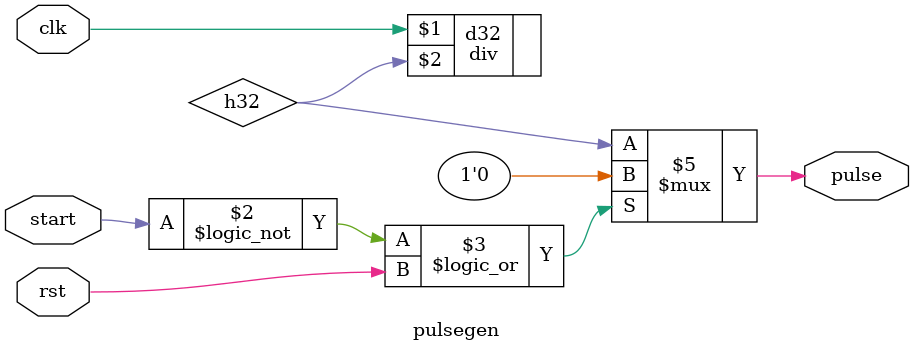
<source format=v>
`timescale 1ns / 1ps
`default_nettype none

module pulsegen
(
    input wire clk, 
    input wire rst,
    input wire start,
    output reg pulse    
);

    wire    h32;

    div #(.fout(32))    d32 (clk, h32);
    
    always @* begin
        if (!start || rst)
            pulse = 1'b0;
        else
            pulse = h32;
    end

endmodule
</source>
